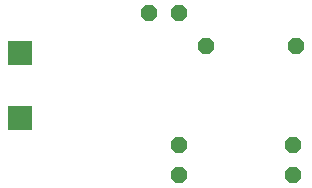
<source format=gbl>
G75*
%MOIN*%
%OFA0B0*%
%FSLAX25Y25*%
%IPPOS*%
%LPD*%
%AMOC8*
5,1,8,0,0,1.08239X$1,22.5*
%
%ADD10OC8,0.05200*%
%ADD11R,0.08268X0.08268*%
D10*
X0078609Y0065300D03*
X0078609Y0075300D03*
X0087609Y0108300D03*
X0078609Y0119300D03*
X0068609Y0119300D03*
X0117609Y0108300D03*
X0116609Y0075300D03*
X0116609Y0065300D03*
D11*
X0025609Y0084473D03*
X0025609Y0106127D03*
M02*

</source>
